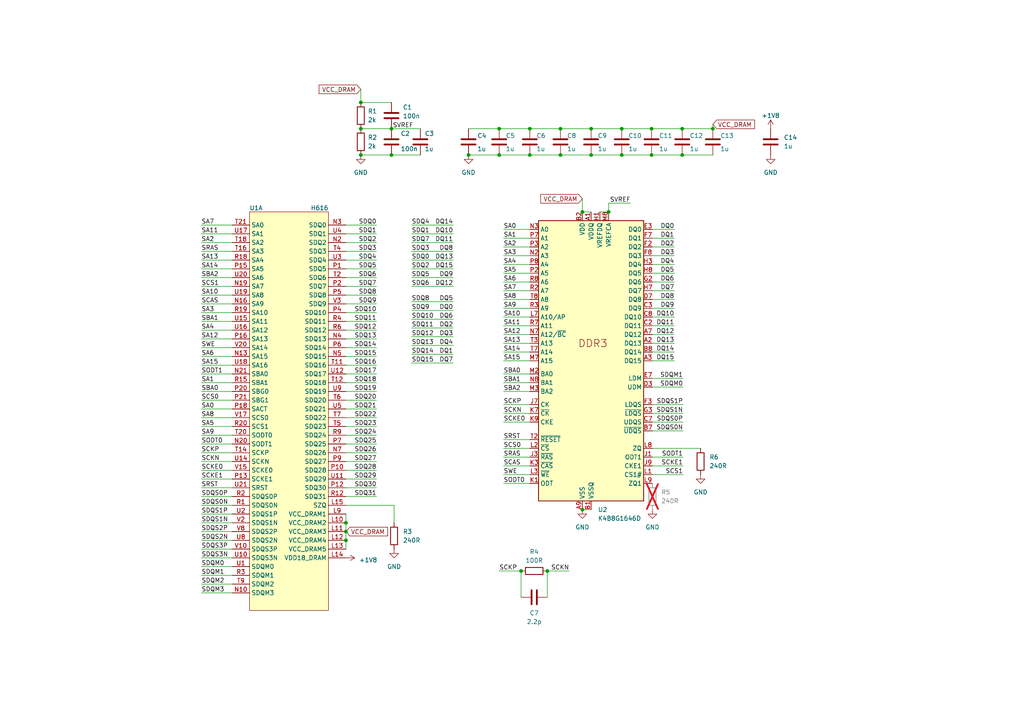
<source format=kicad_sch>
(kicad_sch (version 20231120) (generator "eeschema") (generator_version "8.0")
  (paper "A4")
  (junction (at 206.756 37.338))
  (junction (at 168.91 147.828))
  (junction (at 104.648 44.958))
  (junction (at 197.866 37.338))
  (junction (at 162.56 37.338))
  (junction (at 104.648 37.338))
  (junction (at 100.33 156.718))
  (junction (at 113.538 37.338))
  (junction (at 180.34 44.958))
  (junction (at 151.13 165.608))
  (junction (at 188.976 44.958))
  (junction (at 100.33 151.638))
  (junction (at 180.34 37.338))
  (junction (at 158.75 165.608))
  (junction (at 197.866 44.958))
  (junction (at 168.91 61.468))
  (junction (at 171.45 44.958))
  (junction (at 176.53 61.468))
  (junction (at 100.33 154.178))
  (junction (at 153.67 44.958))
  (junction (at 162.56 44.958))
  (junction (at 188.976 37.338))
  (junction (at 135.89 44.958))
  (junction (at 144.78 44.958))
  (junction (at 113.538 44.958))
  (junction (at 171.45 37.338))
  (junction (at 153.67 37.338))
  (junction (at 104.648 29.718))
  (junction (at 144.78 37.338))
  (wire (pts (xy 58.42 154.178) (xy 67.31 154.178)))
  (wire (pts (xy 114.3 151.638) (xy 114.3 146.558)))
  (wire (pts (xy 189.23 112.268) (xy 198.12 112.268)))
  (wire (pts (xy 119.38 87.503) (xy 131.445 87.503)))
  (wire (pts (xy 189.23 71.628) (xy 195.58 71.628)))
  (wire (pts (xy 146.05 135.128) (xy 153.67 135.128)))
  (wire (pts (xy 58.42 108.458) (xy 67.31 108.458)))
  (wire (pts (xy 146.05 119.888) (xy 153.67 119.888)))
  (wire (pts (xy 100.33 141.478) (xy 109.22 141.478)))
  (wire (pts (xy 58.42 98.298) (xy 67.31 98.298)))
  (wire (pts (xy 104.648 44.958) (xy 113.538 44.958)))
  (wire (pts (xy 100.33 88.138) (xy 109.22 88.138)))
  (wire (pts (xy 100.33 116.078) (xy 109.22 116.078)))
  (wire (pts (xy 189.23 130.048) (xy 203.2 130.048)))
  (wire (pts (xy 58.42 133.858) (xy 67.31 133.858)))
  (wire (pts (xy 146.05 69.088) (xy 153.67 69.088)))
  (wire (pts (xy 100.33 77.978) (xy 109.22 77.978)))
  (wire (pts (xy 119.38 80.518) (xy 131.445 80.518)))
  (wire (pts (xy 100.33 65.278) (xy 109.22 65.278)))
  (wire (pts (xy 189.23 132.588) (xy 198.12 132.588)))
  (wire (pts (xy 189.23 99.568) (xy 195.58 99.568)))
  (wire (pts (xy 146.05 127.508) (xy 153.67 127.508)))
  (wire (pts (xy 146.05 74.168) (xy 153.67 74.168)))
  (wire (pts (xy 180.34 37.338) (xy 188.976 37.338)))
  (wire (pts (xy 58.42 121.158) (xy 67.31 121.158)))
  (wire (pts (xy 58.42 159.258) (xy 67.31 159.258)))
  (wire (pts (xy 119.38 90.043) (xy 131.445 90.043)))
  (wire (pts (xy 146.05 122.428) (xy 153.67 122.428)))
  (wire (pts (xy 100.33 85.598) (xy 109.22 85.598)))
  (wire (pts (xy 206.756 36.068) (xy 206.756 37.338)))
  (wire (pts (xy 58.42 146.558) (xy 67.31 146.558)))
  (wire (pts (xy 58.42 67.818) (xy 67.31 67.818)))
  (wire (pts (xy 119.38 77.978) (xy 131.445 77.978)))
  (wire (pts (xy 176.53 58.928) (xy 176.53 61.468)))
  (wire (pts (xy 100.33 83.058) (xy 109.22 83.058)))
  (wire (pts (xy 100.33 67.818) (xy 109.22 67.818)))
  (wire (pts (xy 189.23 66.548) (xy 195.58 66.548)))
  (wire (pts (xy 58.42 131.318) (xy 67.31 131.318)))
  (wire (pts (xy 173.99 61.468) (xy 176.53 61.468)))
  (wire (pts (xy 189.23 137.668) (xy 198.12 137.668)))
  (wire (pts (xy 165.1 165.608) (xy 158.75 165.608)))
  (wire (pts (xy 100.33 133.858) (xy 109.22 133.858)))
  (wire (pts (xy 162.56 37.338) (xy 171.45 37.338)))
  (wire (pts (xy 197.866 44.958) (xy 206.756 44.958)))
  (wire (pts (xy 58.42 138.938) (xy 67.31 138.938)))
  (wire (pts (xy 189.23 102.108) (xy 195.58 102.108)))
  (wire (pts (xy 58.42 95.758) (xy 67.31 95.758)))
  (wire (pts (xy 100.33 90.678) (xy 109.22 90.678)))
  (wire (pts (xy 100.33 105.918) (xy 109.22 105.918)))
  (wire (pts (xy 58.42 88.138) (xy 67.31 88.138)))
  (wire (pts (xy 119.38 72.898) (xy 131.445 72.898)))
  (wire (pts (xy 119.38 105.283) (xy 131.445 105.283)))
  (wire (pts (xy 58.42 72.898) (xy 67.31 72.898)))
  (wire (pts (xy 197.866 37.338) (xy 206.756 37.338)))
  (wire (pts (xy 100.33 121.158) (xy 109.22 121.158)))
  (wire (pts (xy 58.42 151.638) (xy 67.31 151.638)))
  (wire (pts (xy 188.976 37.338) (xy 197.866 37.338)))
  (wire (pts (xy 58.42 116.078) (xy 67.31 116.078)))
  (wire (pts (xy 146.05 79.248) (xy 153.67 79.248)))
  (wire (pts (xy 58.42 169.418) (xy 67.31 169.418)))
  (wire (pts (xy 162.56 44.958) (xy 171.45 44.958)))
  (wire (pts (xy 153.67 37.338) (xy 162.56 37.338)))
  (wire (pts (xy 58.42 126.238) (xy 67.31 126.238)))
  (wire (pts (xy 58.42 141.478) (xy 67.31 141.478)))
  (wire (pts (xy 58.42 164.338) (xy 67.31 164.338)))
  (wire (pts (xy 113.538 37.338) (xy 121.92 37.338)))
  (wire (pts (xy 146.05 94.488) (xy 153.67 94.488)))
  (wire (pts (xy 58.42 103.378) (xy 67.31 103.378)))
  (wire (pts (xy 135.89 44.958) (xy 144.78 44.958)))
  (wire (pts (xy 189.23 119.888) (xy 198.12 119.888)))
  (wire (pts (xy 189.23 122.428) (xy 198.12 122.428)))
  (wire (pts (xy 153.67 44.958) (xy 162.56 44.958)))
  (wire (pts (xy 119.38 97.663) (xy 131.445 97.663)))
  (wire (pts (xy 189.23 81.788) (xy 195.58 81.788)))
  (wire (pts (xy 100.33 151.638) (xy 100.33 154.178)))
  (wire (pts (xy 104.648 29.718) (xy 113.538 29.718)))
  (wire (pts (xy 113.538 44.958) (xy 121.92 44.958)))
  (wire (pts (xy 100.33 113.538) (xy 109.22 113.538)))
  (wire (pts (xy 100.33 110.998) (xy 109.22 110.998)))
  (wire (pts (xy 58.42 113.538) (xy 67.31 113.538)))
  (wire (pts (xy 146.05 140.208) (xy 153.67 140.208)))
  (wire (pts (xy 100.33 75.438) (xy 109.22 75.438)))
  (wire (pts (xy 58.42 118.618) (xy 67.31 118.618)))
  (wire (pts (xy 146.05 130.048) (xy 153.67 130.048)))
  (wire (pts (xy 146.05 137.668) (xy 153.67 137.668)))
  (wire (pts (xy 58.42 144.018) (xy 67.31 144.018)))
  (wire (pts (xy 144.78 165.608) (xy 151.13 165.608)))
  (wire (pts (xy 100.33 126.238) (xy 109.22 126.238)))
  (wire (pts (xy 146.05 97.028) (xy 153.67 97.028)))
  (wire (pts (xy 146.05 99.568) (xy 153.67 99.568)))
  (wire (pts (xy 119.38 95.123) (xy 131.445 95.123)))
  (wire (pts (xy 144.78 37.338) (xy 153.67 37.338)))
  (wire (pts (xy 189.23 86.868) (xy 195.58 86.868)))
  (wire (pts (xy 104.648 37.338) (xy 113.538 37.338)))
  (wire (pts (xy 58.42 90.678) (xy 67.31 90.678)))
  (wire (pts (xy 100.33 136.398) (xy 109.22 136.398)))
  (wire (pts (xy 100.33 100.838) (xy 109.22 100.838)))
  (wire (pts (xy 119.38 83.058) (xy 131.445 83.058)))
  (wire (pts (xy 189.23 74.168) (xy 195.58 74.168)))
  (wire (pts (xy 58.42 105.918) (xy 67.31 105.918)))
  (wire (pts (xy 144.78 44.958) (xy 153.67 44.958)))
  (wire (pts (xy 100.33 95.758) (xy 109.22 95.758)))
  (wire (pts (xy 100.33 103.378) (xy 109.22 103.378)))
  (wire (pts (xy 100.33 93.218) (xy 109.22 93.218)))
  (wire (pts (xy 119.38 92.583) (xy 131.445 92.583)))
  (wire (pts (xy 171.45 37.338) (xy 180.34 37.338)))
  (wire (pts (xy 146.05 113.538) (xy 153.67 113.538)))
  (wire (pts (xy 58.42 70.358) (xy 67.31 70.358)))
  (wire (pts (xy 100.33 108.458) (xy 109.22 108.458)))
  (wire (pts (xy 100.33 138.938) (xy 109.22 138.938)))
  (wire (pts (xy 100.33 70.358) (xy 109.22 70.358)))
  (wire (pts (xy 146.05 132.588) (xy 153.67 132.588)))
  (wire (pts (xy 146.05 91.948) (xy 153.67 91.948)))
  (wire (pts (xy 114.3 146.558) (xy 100.33 146.558)))
  (wire (pts (xy 189.23 124.968) (xy 198.12 124.968)))
  (wire (pts (xy 58.42 75.438) (xy 67.31 75.438)))
  (wire (pts (xy 189.23 135.128) (xy 198.12 135.128)))
  (wire (pts (xy 168.91 147.828) (xy 171.45 147.828)))
  (wire (pts (xy 58.42 171.958) (xy 67.31 171.958)))
  (wire (pts (xy 58.42 80.518) (xy 67.31 80.518)))
  (wire (pts (xy 180.34 44.958) (xy 188.976 44.958)))
  (wire (pts (xy 58.42 136.398) (xy 67.31 136.398)))
  (wire (pts (xy 58.42 123.698) (xy 67.31 123.698)))
  (wire (pts (xy 58.42 149.098) (xy 67.31 149.098)))
  (wire (pts (xy 100.33 98.298) (xy 109.22 98.298)))
  (wire (pts (xy 189.23 109.728) (xy 198.12 109.728)))
  (wire (pts (xy 189.23 97.028) (xy 195.58 97.028)))
  (wire (pts (xy 146.05 71.628) (xy 153.67 71.628)))
  (wire (pts (xy 119.38 100.203) (xy 131.445 100.203)))
  (wire (pts (xy 146.05 76.708) (xy 153.67 76.708)))
  (wire (pts (xy 168.91 57.658) (xy 168.91 61.468)))
  (wire (pts (xy 58.42 166.878) (xy 67.31 166.878)))
  (wire (pts (xy 119.38 102.743) (xy 131.445 102.743)))
  (wire (pts (xy 58.42 77.978) (xy 67.31 77.978)))
  (wire (pts (xy 58.42 110.998) (xy 67.31 110.998)))
  (wire (pts (xy 146.05 84.328) (xy 153.67 84.328)))
  (wire (pts (xy 146.05 81.788) (xy 153.67 81.788)))
  (wire (pts (xy 100.33 154.178) (xy 100.33 156.718)))
  (wire (pts (xy 168.91 61.468) (xy 171.45 61.468)))
  (wire (pts (xy 100.33 156.718) (xy 100.33 159.258)))
  (wire (pts (xy 146.05 117.348) (xy 153.67 117.348)))
  (wire (pts (xy 146.05 110.998) (xy 153.67 110.998)))
  (wire (pts (xy 104.648 25.908) (xy 104.648 29.718)))
  (wire (pts (xy 189.23 104.648) (xy 195.58 104.648)))
  (wire (pts (xy 189.23 94.488) (xy 195.58 94.488)))
  (wire (pts (xy 100.33 128.778) (xy 109.22 128.778)))
  (wire (pts (xy 182.88 58.928) (xy 176.53 58.928)))
  (wire (pts (xy 189.23 69.088) (xy 195.58 69.088)))
  (wire (pts (xy 58.42 156.718) (xy 67.31 156.718)))
  (wire (pts (xy 188.976 44.958) (xy 197.866 44.958)))
  (wire (pts (xy 58.42 161.798) (xy 67.31 161.798)))
  (wire (pts (xy 189.23 91.948) (xy 195.58 91.948)))
  (wire (pts (xy 135.89 37.338) (xy 144.78 37.338)))
  (wire (pts (xy 189.23 84.328) (xy 195.58 84.328)))
  (wire (pts (xy 58.42 128.778) (xy 67.31 128.778)))
  (wire (pts (xy 119.38 65.278) (xy 131.445 65.278)))
  (wire (pts (xy 189.23 79.248) (xy 195.58 79.248)))
  (wire (pts (xy 119.38 75.438) (xy 131.445 75.438)))
  (wire (pts (xy 158.75 165.608) (xy 158.75 173.228)))
  (wire (pts (xy 100.33 144.018) (xy 109.22 144.018)))
  (wire (pts (xy 146.05 102.108) (xy 153.67 102.108)))
  (wire (pts (xy 100.33 118.618) (xy 109.22 118.618)))
  (wire (pts (xy 146.05 86.868) (xy 153.67 86.868)))
  (wire (pts (xy 146.05 89.408) (xy 153.67 89.408)))
  (wire (pts (xy 58.42 83.058) (xy 67.31 83.058)))
  (wire (pts (xy 119.38 67.818) (xy 131.445 67.818)))
  (wire (pts (xy 58.42 100.838) (xy 67.31 100.838)))
  (wire (pts (xy 100.33 149.098) (xy 100.33 151.638)))
  (wire (pts (xy 58.42 65.278) (xy 67.31 65.278)))
  (wire (pts (xy 100.33 80.518) (xy 109.22 80.518)))
  (wire (pts (xy 100.33 131.318) (xy 109.22 131.318)))
  (wire (pts (xy 189.23 76.708) (xy 195.58 76.708)))
  (wire (pts (xy 171.45 44.958) (xy 180.34 44.958)))
  (wire (pts (xy 100.33 123.698) (xy 109.22 123.698)))
  (wire (pts (xy 58.42 85.598) (xy 67.31 85.598)))
  (wire (pts (xy 100.33 72.898) (xy 109.22 72.898)))
  (wire (pts (xy 119.38 70.358) (xy 131.445 70.358)))
  (wire (pts (xy 146.05 104.648) (xy 153.67 104.648)))
  (wire (pts (xy 151.13 165.608) (xy 151.13 173.228)))
  (wire (pts (xy 189.23 117.348) (xy 198.12 117.348)))
  (wire (pts (xy 146.05 108.458) (xy 153.67 108.458)))
  (wire (pts (xy 189.23 89.408) (xy 195.58 89.408)))
  (wire (pts (xy 146.05 66.548) (xy 153.67 66.548)))
  (wire (pts (xy 58.42 93.218) (xy 67.31 93.218)))
  (label "SDQS1N" (at 198.12 119.888 180))
  (label "SA7" (at 58.42 65.278 0))
  (label "SA4" (at 58.42 95.758 0))
  (label "DQ2" (at 195.58 71.628 180))
  (label "SDQ14" (at 109.22 100.838 180))
  (label "SDQS0N" (at 198.12 124.968 180))
  (label "DQ1" (at 131.445 102.743 180))
  (label "SBA0" (at 58.42 113.538 0))
  (label "SCKP" (at 144.78 165.608 0))
  (label "SCS0" (at 58.42 116.078 0))
  (label "SDQM0" (at 58.42 164.338 0))
  (label "SA0" (at 146.05 66.548 0))
  (label "SCKN" (at 165.1 165.608 180))
  (label "DQ0" (at 131.445 90.043 180))
  (label "SDQ22" (at 109.22 121.158 180))
  (label "SA14" (at 58.42 77.978 0))
  (label "SDQ4" (at 109.22 75.438 180))
  (label "SDQS1N" (at 58.42 151.638 0))
  (label "SCKE1" (at 58.42 138.938 0))
  (label "DQ9" (at 195.58 89.408 180))
  (label "SDQ18" (at 109.22 110.998 180))
  (label "SDQS1P" (at 198.12 117.348 180))
  (label "SVREF" (at 182.88 58.928 180))
  (label "SA12" (at 146.05 97.028 0))
  (label "SDQ0" (at 119.38 75.438 0))
  (label "SVREF" (at 119.888 37.338 180))
  (label "SDQ27" (at 109.22 133.858 180))
  (label "SDQ26" (at 109.22 131.318 180))
  (label "SCS0" (at 146.05 130.048 0))
  (label "DQ6" (at 195.58 81.788 180))
  (label "DQ13" (at 195.58 99.568 180))
  (label "SDQ28" (at 109.22 136.398 180))
  (label "SDQM0" (at 198.12 112.268 180))
  (label "SDQ21" (at 109.22 118.618 180))
  (label "DQ12" (at 131.445 83.058 180))
  (label "SDQ3" (at 109.22 72.898 180))
  (label "SA8" (at 58.42 121.158 0))
  (label "SDQ11" (at 119.38 95.123 0))
  (label "SCAS" (at 58.42 88.138 0))
  (label "DQ8" (at 131.445 72.898 180))
  (label "SA9" (at 146.05 89.408 0))
  (label "DQ9" (at 131.445 80.518 180))
  (label "SDQ23" (at 109.22 123.698 180))
  (label "SDQ9" (at 109.22 88.138 180))
  (label "DQ0" (at 195.58 66.548 180))
  (label "SDQ8" (at 119.38 87.503 0))
  (label "SODT1" (at 58.42 108.458 0))
  (label "SA11" (at 146.05 94.488 0))
  (label "DQ2" (at 131.445 95.123 180))
  (label "SA6" (at 58.42 103.378 0))
  (label "SDQ10" (at 109.22 90.678 180))
  (label "SWE" (at 58.42 100.838 0))
  (label "SDQ6" (at 119.38 83.058 0))
  (label "DQ15" (at 131.445 77.978 180))
  (label "SDQM1" (at 58.42 166.878 0))
  (label "SDQM2" (at 58.42 169.418 0))
  (label "DQ11" (at 131.445 70.358 180))
  (label "SDQ7" (at 109.22 83.058 180))
  (label "SDQ31" (at 109.22 144.018 180))
  (label "SBA2" (at 146.05 113.538 0))
  (label "SDQ24" (at 109.22 126.238 180))
  (label "SDQ8" (at 109.22 85.598 180))
  (label "SDQ5" (at 109.22 77.978 180))
  (label "SCKE0" (at 146.05 122.428 0))
  (label "SDQ17" (at 109.22 108.458 180))
  (label "DQ14" (at 131.445 65.278 180))
  (label "SDQ15" (at 119.38 105.283 0))
  (label "SA7" (at 146.05 84.328 0))
  (label "SDQ15" (at 109.22 103.378 180))
  (label "SDQ7" (at 119.38 70.358 0))
  (label "SDQ1" (at 109.22 67.818 180))
  (label "SWE" (at 146.05 137.668 0))
  (label "SCKP" (at 58.42 131.318 0))
  (label "SA2" (at 146.05 71.628 0))
  (label "SDQ20" (at 109.22 116.078 180))
  (label "DQ10" (at 131.445 67.818 180))
  (label "SDQ10" (at 119.38 92.583 0))
  (label "DQ3" (at 131.445 97.663 180))
  (label "SDQM3" (at 58.42 171.958 0))
  (label "SA2" (at 58.42 70.358 0))
  (label "SDQ5" (at 119.38 80.518 0))
  (label "DQ11" (at 195.58 94.488 180))
  (label "SA8" (at 146.05 86.868 0))
  (label "SDQS0P" (at 198.12 122.428 180))
  (label "SA4" (at 146.05 76.708 0))
  (label "SDQS0N" (at 58.42 146.558 0))
  (label "SA15" (at 146.05 104.648 0))
  (label "SDQ9" (at 119.38 90.043 0))
  (label "SDQ14" (at 119.38 102.743 0))
  (label "SA3" (at 146.05 74.168 0))
  (label "SDQM1" (at 198.12 109.728 180))
  (label "DQ14" (at 195.58 102.108 180))
  (label "SDQS3N" (at 58.42 161.798 0))
  (label "SCKP" (at 146.05 117.348 0))
  (label "DQ7" (at 131.445 105.283 180))
  (label "SA0" (at 58.42 118.618 0))
  (label "DQ8" (at 195.58 86.868 180))
  (label "SODT0" (at 146.05 140.208 0))
  (label "DQ10" (at 195.58 91.948 180))
  (label "SDQ1" (at 119.38 67.818 0))
  (label "SRAS" (at 58.42 72.898 0))
  (label "SA12" (at 58.42 98.298 0))
  (label "SA5" (at 58.42 123.698 0))
  (label "SDQ12" (at 109.22 95.758 180))
  (label "DQ4" (at 195.58 76.708 180))
  (label "DQ1" (at 195.58 69.088 180))
  (label "SDQ13" (at 109.22 98.298 180))
  (label "SCKE0" (at 58.42 136.398 0))
  (label "SCS1" (at 58.42 83.058 0))
  (label "SBA1" (at 146.05 110.998 0))
  (label "SODT1" (at 198.12 132.588 180))
  (label "SDQS2P" (at 58.42 154.178 0))
  (label "DQ7" (at 195.58 84.328 180))
  (label "SDQS2N" (at 58.42 156.718 0))
  (label "SA5" (at 146.05 79.248 0))
  (label "SCAS" (at 146.05 135.128 0))
  (label "SA11" (at 58.42 67.818 0))
  (label "DQ12" (at 195.58 97.028 180))
  (label "SDQ0" (at 109.22 65.278 180))
  (label "SDQ29" (at 109.22 138.938 180))
  (label "SCS1" (at 198.12 137.668 180))
  (label "SA1" (at 58.42 110.998 0))
  (label "SDQ11" (at 109.22 93.218 180))
  (label "DQ5" (at 131.445 87.503 180))
  (label "SA10" (at 58.42 85.598 0))
  (label "DQ3" (at 195.58 74.168 180))
  (label "SA13" (at 58.42 75.438 0))
  (label "SBA0" (at 146.05 108.458 0))
  (label "SDQ3" (at 119.38 72.898 0))
  (label "SA14" (at 146.05 102.108 0))
  (label "SA9" (at 58.42 126.238 0))
  (label "SA13" (at 146.05 99.568 0))
  (label "DQ6" (at 131.445 92.583 180))
  (label "SA3" (at 58.42 90.678 0))
  (label "SBA2" (at 58.42 80.518 0))
  (label "SDQ16" (at 109.22 105.918 180))
  (label "SDQS1P" (at 58.42 149.098 0))
  (label "SCKN" (at 146.05 119.888 0))
  (label "SODT0" (at 58.42 128.778 0))
  (label "SRAS" (at 146.05 132.588 0))
  (label "SDQ2" (at 119.38 77.978 0))
  (label "SCKE1" (at 198.12 135.128 180))
  (label "SDQ2" (at 109.22 70.358 180))
  (label "DQ15" (at 195.58 104.648 180))
  (label "SA15" (at 58.42 105.918 0))
  (label "SDQ30" (at 109.22 141.478 180))
  (label "DQ13" (at 131.445 75.438 180))
  (label "DQ4" (at 131.445 100.203 180))
  (label "SA1" (at 146.05 69.088 0))
  (label "SDQ19" (at 109.22 113.538 180))
  (label "SDQS3P" (at 58.42 159.258 0))
  (label "SDQ12" (at 119.38 97.663 0))
  (label "DQ5" (at 195.58 79.248 180))
  (label "SA10" (at 146.05 91.948 0))
  (label "SRST" (at 146.05 127.508 0))
  (label "SDQS0P" (at 58.42 144.018 0))
  (label "SCKN" (at 58.42 133.858 0))
  (label "SRST" (at 58.42 141.478 0))
  (label "SDQ25" (at 109.22 128.778 180))
  (label "SDQ6" (at 109.22 80.518 180))
  (label "SDQ4" (at 119.38 65.278 0))
  (label "SDQ13" (at 119.38 100.203 0))
  (label "SA6" (at 146.05 81.788 0))
  (label "SBA1" (at 58.42 93.218 0))
  (global_label "VCC_DRAM" (shape input) (at 206.756 36.068 0) (property "Intersheetrefs" "${INTERSHEET_REFS}" (effects (hide yes))))
  (global_label "VCC_DRAM" (shape input) (at 104.648 25.908 180) (property "Intersheetrefs" "${INTERSHEET_REFS}" (effects (hide yes))))
  (global_label "VCC_DRAM" (shape input) (at 100.33 154.178 0) (property "Intersheetrefs" "${INTERSHEET_REFS}" (effects (hide yes))))
  (global_label "VCC_DRAM" (shape input) (at 168.91 57.658 180) (property "Intersheetrefs" "${INTERSHEET_REFS}" (effects (hide yes))))
  (symbol (lib_id "power:GND") (at 104.648 44.958 0) (unit 1)
    (property "Reference" "#PWR02" (effects (hide yes)))
    (property "Value" "GND" (at 104.648 50.038 0))
  )
  (symbol (lib_id "power:+1V8") (at 223.52 37.338 0) (unit 1)
    (property "Reference" "#PWR08" (effects (hide yes)))
    (property "Value" "+1V8" (at 223.52 33.528 0))
  )
  (symbol (lib_id "Device:C") (at 180.34 41.148 0) (unit 1)
    (property "Reference" "C10" (at 182.245 39.37 0) (effects (justify left)))
    (property "Value" "1u" (at 182.245 43.18 0) (effects (justify left)))
    (property "Footprint" "Capacitor_SMD:C_0402_1005Metric_Pad0.74x0.62mm_HandSolder" (effects (hide yes)))
  )
  (symbol (lib_id "Device:C") (at 223.52 41.148 0) (unit 1)
    (property "Reference" "C14" (at 227.33 39.878 0) (effects (justify left)))
    (property "Value" "1u" (at 227.33 42.418 0) (effects (justify left)))
    (property "Footprint" "Capacitor_SMD:C_0402_1005Metric_Pad0.74x0.62mm_HandSolder" (effects (hide yes)))
  )
  (symbol (lib_id "power:+1V8") (at 100.33 161.798 270) (unit 1)
    (property "Reference" "#PWR01" (effects (hide yes)))
    (property "Value" "+1V8" (at 104.14 162.433 90) (effects (justify left)))
  )
  (symbol (lib_id "Device:R") (at 104.648 41.148 0) (unit 1)
    (property "Reference" "R2" (at 106.68 39.878 0) (effects (justify left)))
    (property "Value" "2k" (at 106.68 42.418 0) (effects (justify left)))
    (property "Footprint" "Resistor_SMD:R_0402_1005Metric_Pad0.72x0.64mm_HandSolder" (effects (hide yes)))
  )
  (symbol (lib_id "Device:C") (at 121.92 41.148 0) (unit 1)
    (property "Reference" "C3" (at 123.19 38.735 0) (effects (justify left)))
    (property "Value" "1u" (at 123.19 43.18 0) (effects (justify left)))
    (property "Footprint" "Capacitor_SMD:C_0402_1005Metric_Pad0.74x0.62mm_HandSolder" (effects (hide yes)))
  )
  (symbol (lib_id "Device:R") (at 154.94 165.608 90) (unit 1)
    (property "Reference" "R4" (at 154.94 160.02 90))
    (property "Value" "100R" (at 154.94 162.56 90))
    (property "Footprint" "Resistor_SMD:R_0402_1005Metric_Pad0.72x0.64mm_HandSolder" (effects (hide yes)))
  )
  (symbol (lib_id "power:GND") (at 114.3 159.258 0) (unit 1)
    (property "Reference" "#PWR03" (effects (hide yes)))
    (property "Value" "GND" (at 114.3 164.338 0))
  )
  (symbol (lib_id "Device:C") (at 171.45 41.148 0) (unit 1)
    (property "Reference" "C9" (at 173.355 39.37 0) (effects (justify left)))
    (property "Value" "1u" (at 173.355 43.18 0) (effects (justify left)))
    (property "Footprint" "Capacitor_SMD:C_0402_1005Metric_Pad0.74x0.62mm_HandSolder" (effects (hide yes)))
  )
  (symbol (lib_id "Device:C") (at 162.56 41.148 0) (unit 1)
    (property "Reference" "C8" (at 164.465 39.37 0) (effects (justify left)))
    (property "Value" "1u" (at 164.465 43.18 0) (effects (justify left)))
    (property "Footprint" "Capacitor_SMD:C_0402_1005Metric_Pad0.74x0.62mm_HandSolder" (effects (hide yes)))
  )
  (symbol (lib_id "power:GND") (at 135.89 44.958 0) (unit 1)
    (property "Reference" "#PWR04" (effects (hide yes)))
    (property "Value" "GND" (at 135.89 50.038 0))
  )
  (symbol (lib_id "Device:R") (at 114.3 155.448 0) (unit 1)
    (property "Reference" "R3" (at 116.84 154.178 0) (effects (justify left)))
    (property "Value" "240R" (at 116.84 156.718 0) (effects (justify left)))
    (property "Footprint" "Resistor_SMD:R_0402_1005Metric_Pad0.72x0.64mm_HandSolder" (effects (hide yes)))
  )
  (symbol (lib_id "Device:R") (at 189.23 144.018 0) (unit 1) (dnp yes)
    (property "Reference" "R5" (at 191.77 142.748 0) (effects (justify left)))
    (property "Value" "240R" (at 191.77 145.288 0) (effects (justify left)))
    (property "Footprint" "Resistor_SMD:R_0402_1005Metric_Pad0.72x0.64mm_HandSolder" (effects (hide yes)))
  )
  (symbol (lib_id "Device:C") (at 154.94 173.228 90) (unit 1)
    (property "Reference" "C7" (at 154.94 177.8 90))
    (property "Value" "2.2p" (at 154.94 180.34 90))
    (property "Footprint" "Capacitor_SMD:C_0402_1005Metric_Pad0.74x0.62mm_HandSolder" (effects (hide yes)))
  )
  (symbol (lib_id "power:GND") (at 168.91 147.828 0) (unit 1)
    (property "Reference" "#PWR05" (effects (hide yes)))
    (property "Value" "GND" (at 168.91 152.908 0))
  )
  (symbol (lib_id "Device:C") (at 153.67 41.148 0) (unit 1)
    (property "Reference" "C6" (at 155.575 39.37 0) (effects (justify left)))
    (property "Value" "1u" (at 155.575 43.18 0) (effects (justify left)))
    (property "Footprint" "Capacitor_SMD:C_0402_1005Metric_Pad0.74x0.62mm_HandSolder" (effects (hide yes)))
  )
  (symbol (lib_id "power:GND") (at 189.23 147.828 0) (unit 1)
    (property "Reference" "#PWR06" (effects (hide yes)))
    (property "Value" "GND" (at 189.23 152.908 0))
  )
  (symbol (lib_id "Device:C") (at 113.538 33.528 0) (unit 1)
    (property "Reference" "C1" (at 116.84 31.115 0) (effects (justify left)))
    (property "Value" "100n" (at 116.84 33.655 0) (effects (justify left)))
    (property "Footprint" "Capacitor_SMD:C_0402_1005Metric_Pad0.74x0.62mm_HandSolder" (effects (hide yes)))
  )
  (symbol (lib_id "power:GND") (at 203.2 137.668 0) (unit 1)
    (property "Reference" "#PWR07" (effects (hide yes)))
    (property "Value" "GND" (at 203.2 142.748 0))
  )
  (symbol (lib_id "Device:C") (at 135.89 41.148 0) (unit 1)
    (property "Reference" "C4" (at 138.43 39.37 0) (effects (justify left)))
    (property "Value" "1u" (at 138.43 43.18 0) (effects (justify left)))
    (property "Footprint" "Capacitor_SMD:C_0402_1005Metric_Pad0.74x0.62mm_HandSolder" (effects (hide yes)))
  )
  (symbol (lib_id "Device:C") (at 188.976 41.148 0) (unit 1)
    (property "Reference" "C11" (at 191.135 39.37 0) (effects (justify left)))
    (property "Value" "1u" (at 191.135 43.18 0) (effects (justify left)))
    (property "Footprint" "Capacitor_SMD:C_0402_1005Metric_Pad0.74x0.62mm_HandSolder" (effects (hide yes)))
  )
  (symbol (lib_id "Device:R") (at 203.2 133.858 0) (unit 1)
    (property "Reference" "R6" (at 205.74 132.588 0) (effects (justify left)))
    (property "Value" "240R" (at 205.74 135.128 0) (effects (justify left)))
    (property "Footprint" "Resistor_SMD:R_0402_1005Metric_Pad0.72x0.64mm_HandSolder" (effects (hide yes)))
  )
  (symbol (lib_id "Device:C") (at 144.78 41.148 0) (unit 1)
    (property "Reference" "C5" (at 146.685 39.37 0) (effects (justify left)))
    (property "Value" "1u" (at 146.685 43.18 0) (effects (justify left)))
    (property "Footprint" "Capacitor_SMD:C_0402_1005Metric_Pad0.74x0.62mm_HandSolder" (effects (hide yes)))
  )
  (symbol (lib_id "Device:C") (at 197.866 41.148 0) (unit 1)
    (property "Reference" "C12" (at 200.025 39.37 0) (effects (justify left)))
    (property "Value" "1u" (at 200.025 43.18 0) (effects (justify left)))
    (property "Footprint" "Capacitor_SMD:C_0402_1005Metric_Pad0.74x0.62mm_HandSolder" (effects (hide yes)))
  )
  (symbol (lib_id "power:GND") (at 223.52 44.958 0) (unit 1)
    (property "Reference" "#PWR09" (effects (hide yes)))
    (property "Value" "GND" (at 223.52 50.038 0))
  )
  (symbol (lib_name "DDR3 FBGA-96_1") (lib_id "H616_lib:DDR3 FBGA-96") (at 171.45 104.648 0) (unit 1)
    (property "Reference" "U2" (at 173.4059 147.828 0) (effects (justify left)))
    (property "Value" "K4B8G1646D" (at 173.4059 150.368 0) (effects (justify left)))
    (property "Footprint" "Package_BGA:BGA-96_9.0x13.0mm_Layout2x3x16_P0.8mm" (effects (hide yes)))
    (property "Datasheet" "https://www.alliancememory.com/wp-content/uploads/pdf/ddr3/4GB-AS4C256M16D3.pdf" (effects (hide yes)))
    (property "Description" "DDR3 FBGA-96" (effects (hide yes)))
  )
  (symbol (lib_id "Device:C") (at 206.756 41.148 0) (unit 1)
    (property "Reference" "C13" (at 208.915 39.37 0) (effects (justify left)))
    (property "Value" "1u" (at 208.915 43.18 0) (effects (justify left)))
    (property "Footprint" "Capacitor_SMD:C_0402_1005Metric_Pad0.74x0.62mm_HandSolder" (effects (hide yes)))
  )
  (symbol (lib_id "Device:R") (at 104.648 33.528 0) (unit 1)
    (property "Reference" "R1" (at 106.68 32.258 0) (effects (justify left)))
    (property "Value" "2k" (at 106.68 34.798 0) (effects (justify left)))
    (property "Footprint" "Resistor_SMD:R_0402_1005Metric_Pad0.72x0.64mm_HandSolder" (effects (hide yes)))
  )
  (symbol (lib_id "Device:C") (at 113.538 41.148 0) (unit 1)
    (property "Reference" "C2" (at 116.205 38.735 0) (effects (justify left)))
    (property "Value" "100n" (at 116.205 43.18 0) (effects (justify left)))
    (property "Footprint" "Capacitor_SMD:C_0402_1005Metric_Pad0.74x0.62mm_HandSolder" (effects (hide yes)))
  )
  (symbol (lib_id "H616_lib:H616") (at 80.01 58.928 0) (unit 1)
    (property "Reference" "U1" (at 74.295 60.325 0))
    (property "Value" "H616" (at 92.71 60.325 0))
    (property "Footprint" "projectlib:H616_TFBGA284" (effects (hide yes)))
  )
)
</source>
